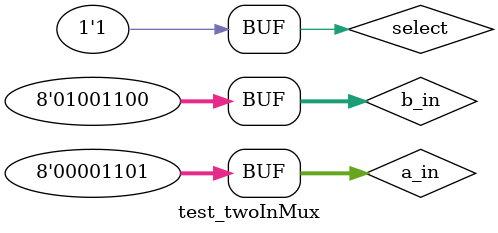
<source format=v>
module test_twoInMux();
	reg [7:0] a_in, b_in;
	reg select;
	wire [7:0] mux_out;
	
	twoInMux #(.W(8)) dut (.a_in(a_in), 
					.b_in(b_in),
					.mux_out(mux_out),
					.select(select)
				);
	initial
		begin
			
			select = 1'b0;
			a_in = 8'b0001101;
			b_in = 8'b1001100;
			#10
			select = 1'b1;
			a_in = 8'b0001101;
			b_in = 8'b1001100;
		end
				
	
endmodule
</source>
